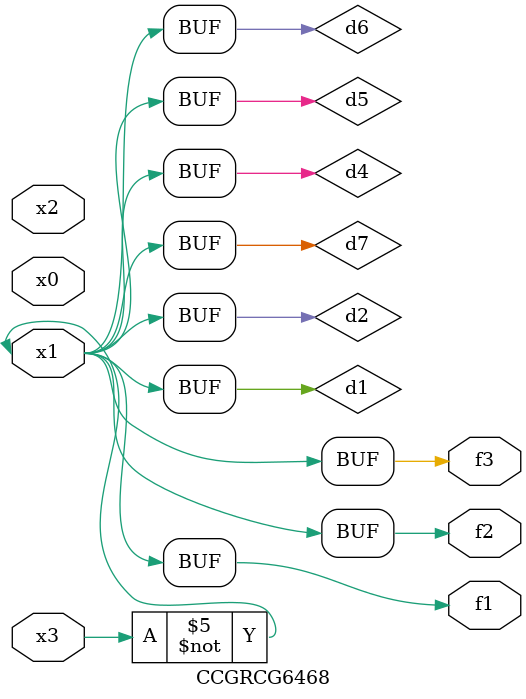
<source format=v>
module CCGRCG6468(
	input x0, x1, x2, x3,
	output f1, f2, f3
);

	wire d1, d2, d3, d4, d5, d6, d7;

	not (d1, x3);
	buf (d2, x1);
	xnor (d3, d1, d2);
	nor (d4, d1);
	buf (d5, d1, d2);
	buf (d6, d4, d5);
	nand (d7, d4);
	assign f1 = d6;
	assign f2 = d7;
	assign f3 = d6;
endmodule

</source>
